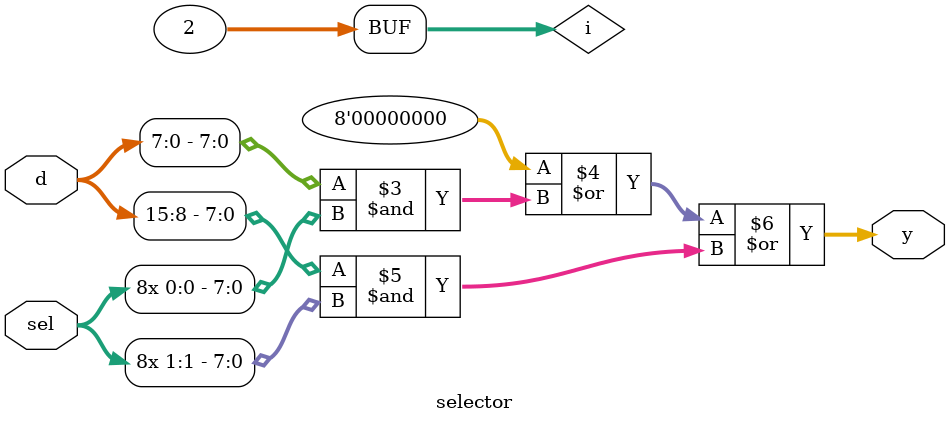
<source format=v>

`include "config.vh"

module selector
#(
    parameter w = 8,
              n = 2
) 
(
    input      [n * w - 1:0] d,
    input      [n     - 1:0] sel,
    output reg [w     - 1:0] y
);

    integer i;

    always @*
    begin
        y = { w { 1'b0 } };
        
        for (i = 0; i < n; i = i + 1) 
            y = y | (d [i * w +: w] & { w { sel [i] } });
    end

endmodule

</source>
